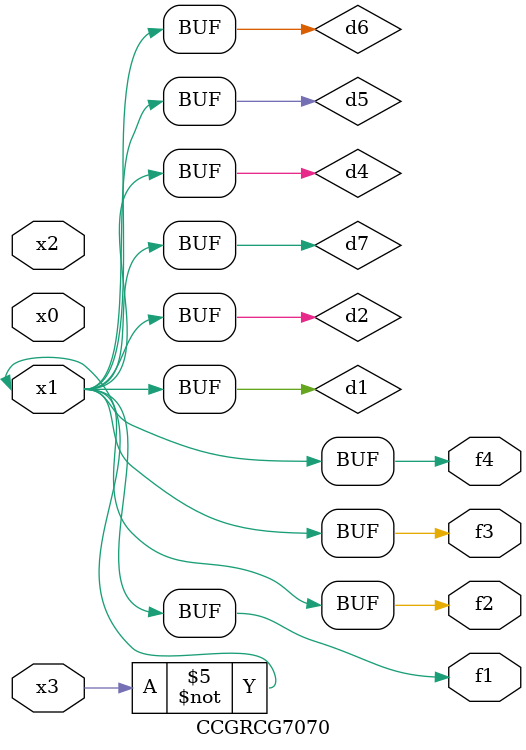
<source format=v>
module CCGRCG7070(
	input x0, x1, x2, x3,
	output f1, f2, f3, f4
);

	wire d1, d2, d3, d4, d5, d6, d7;

	not (d1, x3);
	buf (d2, x1);
	xnor (d3, d1, d2);
	nor (d4, d1);
	buf (d5, d1, d2);
	buf (d6, d4, d5);
	nand (d7, d4);
	assign f1 = d6;
	assign f2 = d7;
	assign f3 = d6;
	assign f4 = d6;
endmodule

</source>
